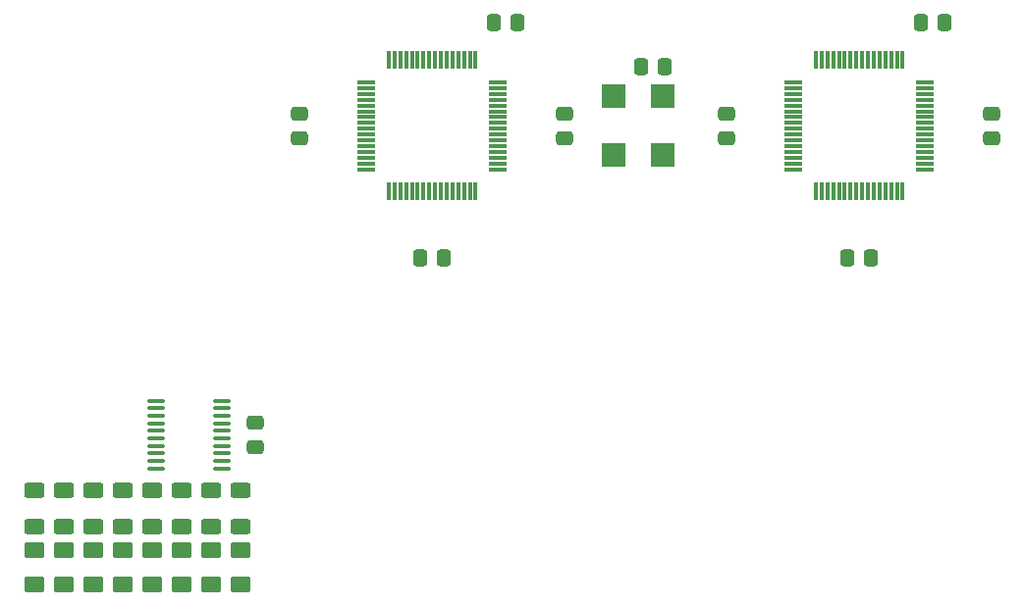
<source format=gtp>
G04 #@! TF.GenerationSoftware,KiCad,Pcbnew,8.0.4*
G04 #@! TF.CreationDate,2025-01-12T21:12:32-06:00*
G04 #@! TF.ProjectId,OctoCom,4f63746f-436f-46d2-9e6b-696361645f70,rev?*
G04 #@! TF.SameCoordinates,Original*
G04 #@! TF.FileFunction,Paste,Top*
G04 #@! TF.FilePolarity,Positive*
%FSLAX46Y46*%
G04 Gerber Fmt 4.6, Leading zero omitted, Abs format (unit mm)*
G04 Created by KiCad (PCBNEW 8.0.4) date 2025-01-12 21:12:32*
%MOMM*%
%LPD*%
G01*
G04 APERTURE LIST*
G04 Aperture macros list*
%AMRoundRect*
0 Rectangle with rounded corners*
0 $1 Rounding radius*
0 $2 $3 $4 $5 $6 $7 $8 $9 X,Y pos of 4 corners*
0 Add a 4 corners polygon primitive as box body*
4,1,4,$2,$3,$4,$5,$6,$7,$8,$9,$2,$3,0*
0 Add four circle primitives for the rounded corners*
1,1,$1+$1,$2,$3*
1,1,$1+$1,$4,$5*
1,1,$1+$1,$6,$7*
1,1,$1+$1,$8,$9*
0 Add four rect primitives between the rounded corners*
20,1,$1+$1,$2,$3,$4,$5,0*
20,1,$1+$1,$4,$5,$6,$7,0*
20,1,$1+$1,$6,$7,$8,$9,0*
20,1,$1+$1,$8,$9,$2,$3,0*%
G04 Aperture macros list end*
%ADD10RoundRect,0.250000X-0.475000X0.337500X-0.475000X-0.337500X0.475000X-0.337500X0.475000X0.337500X0*%
%ADD11RoundRect,0.100000X-0.637500X-0.100000X0.637500X-0.100000X0.637500X0.100000X-0.637500X0.100000X0*%
%ADD12RoundRect,0.250000X-0.625000X0.400000X-0.625000X-0.400000X0.625000X-0.400000X0.625000X0.400000X0*%
%ADD13RoundRect,0.250001X0.624999X-0.462499X0.624999X0.462499X-0.624999X0.462499X-0.624999X-0.462499X0*%
%ADD14RoundRect,0.250000X-0.337500X-0.475000X0.337500X-0.475000X0.337500X0.475000X-0.337500X0.475000X0*%
%ADD15RoundRect,0.250000X0.337500X0.475000X-0.337500X0.475000X-0.337500X-0.475000X0.337500X-0.475000X0*%
%ADD16RoundRect,0.250000X0.475000X-0.337500X0.475000X0.337500X-0.475000X0.337500X-0.475000X-0.337500X0*%
%ADD17RoundRect,0.075000X-0.700000X-0.075000X0.700000X-0.075000X0.700000X0.075000X-0.700000X0.075000X0*%
%ADD18RoundRect,0.075000X-0.075000X-0.700000X0.075000X-0.700000X0.075000X0.700000X-0.075000X0.700000X0*%
%ADD19R,2.000000X2.000000*%
G04 APERTURE END LIST*
D10*
X99060000Y-108182500D03*
X99060000Y-110257500D03*
D11*
X90482500Y-106295000D03*
X90482500Y-106945000D03*
X90482500Y-107595000D03*
X90482500Y-108245000D03*
X90482500Y-108895000D03*
X90482500Y-109545000D03*
X90482500Y-110195000D03*
X90482500Y-110845000D03*
X90482500Y-111495000D03*
X90482500Y-112145000D03*
X96207500Y-112145000D03*
X96207500Y-111495000D03*
X96207500Y-110845000D03*
X96207500Y-110195000D03*
X96207500Y-109545000D03*
X96207500Y-108895000D03*
X96207500Y-108245000D03*
X96207500Y-107595000D03*
X96207500Y-106945000D03*
X96207500Y-106295000D03*
D12*
X80010000Y-114019999D03*
X80010000Y-117120001D03*
X82550000Y-114019999D03*
X82550000Y-117120001D03*
X85089999Y-114019999D03*
X85089999Y-117120001D03*
X87630001Y-114019999D03*
X87630001Y-117120001D03*
X90170000Y-114019999D03*
X90170000Y-117120001D03*
X92710000Y-114019999D03*
X92710000Y-117120001D03*
X95250000Y-114019999D03*
X95250000Y-117120001D03*
X97790000Y-114020000D03*
X97790000Y-117120002D03*
D13*
X80009999Y-122137500D03*
X80009999Y-119162500D03*
X82550000Y-122137500D03*
X82550000Y-119162500D03*
X85090000Y-122137500D03*
X85090000Y-119162500D03*
X87630000Y-122137500D03*
X87630000Y-119162500D03*
X90170000Y-122137500D03*
X90170000Y-119162500D03*
X92710001Y-122137500D03*
X92710001Y-119162500D03*
X95250000Y-122137500D03*
X95250000Y-119162500D03*
X97790000Y-122137500D03*
X97790000Y-119162500D03*
D14*
X156442500Y-73660000D03*
X158517500Y-73660000D03*
X119612500Y-73660000D03*
X121687500Y-73660000D03*
D10*
X139700000Y-81512500D03*
X139700000Y-83587500D03*
X102870000Y-81512500D03*
X102870000Y-83587500D03*
D15*
X134387500Y-77470000D03*
X132312500Y-77470000D03*
D16*
X162560000Y-83587500D03*
X162560000Y-81512500D03*
D14*
X113262500Y-93980000D03*
X115337500Y-93980000D03*
D16*
X125730000Y-83587500D03*
X125730000Y-81512500D03*
D17*
X145455000Y-78800000D03*
X145455000Y-79300000D03*
X145455000Y-79800000D03*
X145455000Y-80300000D03*
X145455000Y-80800000D03*
X145455000Y-81300000D03*
X145455000Y-81800000D03*
X145455000Y-82300000D03*
X145455000Y-82800000D03*
X145455000Y-83300000D03*
X145455000Y-83800000D03*
X145455000Y-84300000D03*
X145455000Y-84800000D03*
X145455000Y-85300000D03*
X145455000Y-85800000D03*
X145455000Y-86300000D03*
D18*
X147380000Y-88225000D03*
X147880000Y-88225000D03*
X148380000Y-88225000D03*
X148880000Y-88225000D03*
X149380000Y-88225000D03*
X149880000Y-88225000D03*
X150380000Y-88225000D03*
X150880000Y-88225000D03*
X151380000Y-88225000D03*
X151880000Y-88225000D03*
X152380000Y-88225000D03*
X152880000Y-88225000D03*
X153380000Y-88225000D03*
X153880000Y-88225000D03*
X154380000Y-88225000D03*
X154880000Y-88225000D03*
D17*
X156805000Y-86300000D03*
X156805000Y-85800000D03*
X156805000Y-85300000D03*
X156805000Y-84800000D03*
X156805000Y-84300000D03*
X156805000Y-83800000D03*
X156805000Y-83300000D03*
X156805000Y-82800000D03*
X156805000Y-82300000D03*
X156805000Y-81800000D03*
X156805000Y-81300000D03*
X156805000Y-80800000D03*
X156805000Y-80300000D03*
X156805000Y-79800000D03*
X156805000Y-79300000D03*
X156805000Y-78800000D03*
D18*
X154880000Y-76875000D03*
X154380000Y-76875000D03*
X153880000Y-76875000D03*
X153380000Y-76875000D03*
X152880000Y-76875000D03*
X152380000Y-76875000D03*
X151880000Y-76875000D03*
X151380000Y-76875000D03*
X150880000Y-76875000D03*
X150380000Y-76875000D03*
X149880000Y-76875000D03*
X149380000Y-76875000D03*
X148880000Y-76875000D03*
X148380000Y-76875000D03*
X147880000Y-76875000D03*
X147380000Y-76875000D03*
D19*
X129980000Y-80010000D03*
X129980000Y-85090000D03*
X134180000Y-85090000D03*
X134180000Y-80010000D03*
D17*
X108625000Y-78800000D03*
X108625000Y-79300000D03*
X108625000Y-79800000D03*
X108625000Y-80300000D03*
X108625000Y-80800000D03*
X108625000Y-81300000D03*
X108625000Y-81800000D03*
X108625000Y-82300000D03*
X108625000Y-82800000D03*
X108625000Y-83300000D03*
X108625000Y-83800000D03*
X108625000Y-84300000D03*
X108625000Y-84800000D03*
X108625000Y-85300000D03*
X108625000Y-85800000D03*
X108625000Y-86300000D03*
D18*
X110550000Y-88225000D03*
X111050000Y-88225000D03*
X111550000Y-88225000D03*
X112050000Y-88225000D03*
X112550000Y-88225000D03*
X113050000Y-88225000D03*
X113550000Y-88225000D03*
X114050000Y-88225000D03*
X114550000Y-88225000D03*
X115050000Y-88225000D03*
X115550000Y-88225000D03*
X116050000Y-88225000D03*
X116550000Y-88225000D03*
X117050000Y-88225000D03*
X117550000Y-88225000D03*
X118050000Y-88225000D03*
D17*
X119975000Y-86300000D03*
X119975000Y-85800000D03*
X119975000Y-85300000D03*
X119975000Y-84800000D03*
X119975000Y-84300000D03*
X119975000Y-83800000D03*
X119975000Y-83300000D03*
X119975000Y-82800000D03*
X119975000Y-82300000D03*
X119975000Y-81800000D03*
X119975000Y-81300000D03*
X119975000Y-80800000D03*
X119975000Y-80300000D03*
X119975000Y-79800000D03*
X119975000Y-79300000D03*
X119975000Y-78800000D03*
D18*
X118050000Y-76875000D03*
X117550000Y-76875000D03*
X117050000Y-76875000D03*
X116550000Y-76875000D03*
X116050000Y-76875000D03*
X115550000Y-76875000D03*
X115050000Y-76875000D03*
X114550000Y-76875000D03*
X114050000Y-76875000D03*
X113550000Y-76875000D03*
X113050000Y-76875000D03*
X112550000Y-76875000D03*
X112050000Y-76875000D03*
X111550000Y-76875000D03*
X111050000Y-76875000D03*
X110550000Y-76875000D03*
D14*
X150092500Y-93980000D03*
X152167500Y-93980000D03*
M02*

</source>
